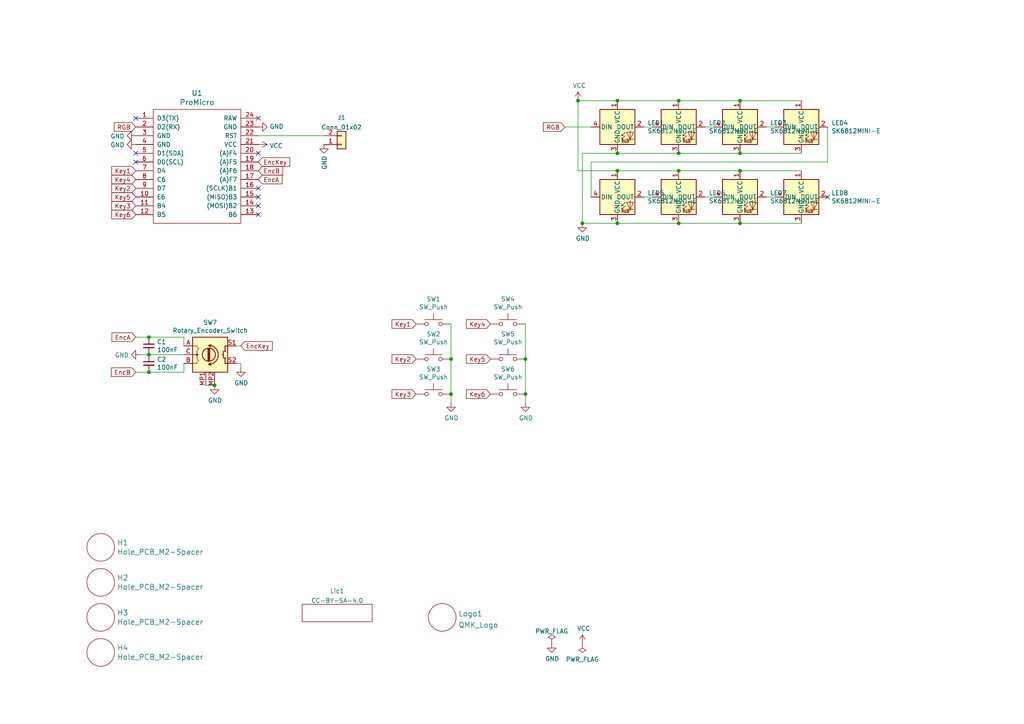
<source format=kicad_sch>
(kicad_sch (version 20211123) (generator eeschema)
  (paper "A4")
  (title_block (title "Little Big Scroll 6") (date "2022-01-28") (rev "v1.0") (company "Tweety's Wild Thinking") (comment 1 "Markus Knutsson <markus.knutsson@tweety.se>") (comment 2 "https://github.com/TweetyDaBird") (comment 3 "Licensed under Creative Commons BY-SA 4.0 International"))
  (lib_symbols
    (symbol "CC_Licensing:CC-BY-SA-4.0" (pin_names (offset 1.016))
      (property "Reference" "Lic" (at 0 1.27 0))
      (property "Value" "CC-BY-SA-4.0" (at 0 -1.27 0))
      (symbol "CC-BY-SA-4.0_0_1"
        (rectangle (start -10.16 2.54) (end 10.16 -2.54))
      )
    )
    (symbol "Connector_Generic:Conn_01x02" (pin_names (offset 1.016) hide)
      (property "Reference" "J" (at 0 2.54 0))
      (property "Value" "Conn_01x02" (at 0 -5.08 0))
      (symbol "Conn_01x02_1_1"
        (rectangle (start -1.27 -2.413) (end 0 -2.667) (stroke (width 0.1524)))
        (rectangle (start -1.27 0.127) (end 0 -0.127) (stroke (width 0.1524)))
        (rectangle (start -1.27 1.27) (end 1.27 -3.81) (stroke (width 0.254)) (fill (type background)))
        (pin passive line (at -5.08 0 0) (length 3.81) (name "Pin_1") (number "1"))
        (pin passive line (at -5.08 -2.54 0) (length 3.81) (name "Pin_2") (number "2"))
      )
    )
    (symbol "Device:C_Small" (pin_numbers hide) (pin_names (offset 0.254) hide)
      (property "Reference" "C" (at 0.254 1.778 0))
      (property "Value" "C_Small" (at 0.254 -2.032 0))
      (symbol "C_Small_0_1"
        (polyline (pts (xy -1.524 -0.508) (xy 1.524 -0.508)) (stroke (width 0.3302)))
        (polyline (pts (xy -1.524 0.508) (xy 1.524 0.508)) (stroke (width 0.3048)))
      )
      (symbol "C_Small_1_1"
        (pin passive line (at 0 2.54 270) (length 2.032) (name "~") (number "1"))
        (pin passive line (at 0 -2.54 90) (length 2.032) (name "~") (number "2"))
      )
    )
    (symbol "Keyboard Library:ProMicro" (pin_names (offset 1.016))
      (property "Reference" "U1" (at 0 21.2598 0))
      (property "Value" "ProMicro" (at 0 18.5674 0))
      (symbol "ProMicro_0_1"
        (rectangle (start -12.7 -16.51) (end 12.7 16.51))
      )
      (symbol "ProMicro_1_1"
        (pin bidirectional line (at -17.78 13.97 0) (length 5.08) (name "D3(TX)") (number "1"))
        (pin bidirectional line (at -17.78 -8.89 0) (length 5.08) (name "E6") (number "10"))
        (pin bidirectional line (at -17.78 -11.43 0) (length 5.08) (name "B4") (number "11"))
        (pin bidirectional line (at -17.78 -13.97 0) (length 5.08) (name "B5") (number "12"))
        (pin bidirectional line (at 17.78 -13.97 180) (length 5.08) (name "B6") (number "13"))
        (pin bidirectional line (at 17.78 -11.43 180) (length 5.08) (name "(MOSI)B2") (number "14"))
        (pin bidirectional line (at 17.78 -8.89 180) (length 5.08) (name "(MISO)B3") (number "15"))
        (pin bidirectional line (at 17.78 -6.35 180) (length 5.08) (name "(SCLK)B1") (number "16"))
        (pin bidirectional line (at 17.78 -3.81 180) (length 5.08) (name "(A)F7") (number "17"))
        (pin bidirectional line (at 17.78 -1.27 180) (length 5.08) (name "(A)F6") (number "18"))
        (pin bidirectional line (at 17.78 1.27 180) (length 5.08) (name "(A)F5") (number "19"))
        (pin bidirectional line (at -17.78 11.43 0) (length 5.08) (name "D2(RX)") (number "2"))
        (pin bidirectional line (at 17.78 3.81 180) (length 5.08) (name "(A)F4") (number "20"))
        (pin power_in line (at 17.78 6.35 180) (length 5.08) (name "VCC") (number "21"))
        (pin bidirectional line (at 17.78 8.89 180) (length 5.08) (name "RST") (number "22"))
        (pin power_in line (at 17.78 11.43 180) (length 5.08) (name "GND") (number "23"))
        (pin power_in line (at 17.78 13.97 180) (length 5.08) (name "RAW") (number "24"))
        (pin power_in line (at -17.78 8.89 0) (length 5.08) (name "GND") (number "3"))
        (pin power_in line (at -17.78 6.35 0) (length 5.08) (name "GND") (number "4"))
        (pin bidirectional line (at -17.78 3.81 0) (length 5.08) (name "D1(SDA)") (number "5"))
        (pin bidirectional line (at -17.78 1.27 0) (length 5.08) (name "D0(SCL)") (number "6"))
        (pin bidirectional line (at -17.78 -1.27 0) (length 5.08) (name "D4") (number "7"))
        (pin bidirectional line (at -17.78 -3.81 0) (length 5.08) (name "C6") (number "8"))
        (pin bidirectional line (at -17.78 -6.35 0) (length 5.08) (name "D7") (number "9"))
      )
    )
    (symbol "Keyboard Library:QMK_Logo" (pin_names (offset 1.016))
      (property "Reference" "Logo" (at 0 -1.27 0))
      (property "Value" "QMK_Logo" (at 0 1.27 0))
      (symbol "QMK_Logo_0_1"
        (circle (center 0 0) (radius 4.0132))
      )
    )
    (symbol "Keyboard_Library:Encoder_Switch_GND" (pin_names (offset 0.254) hide)
      (property "Reference" "SW" (at 0 6.604 0))
      (property "Value" "Encoder_Switch_GND" (at 0 8.89 0))
      (symbol "Encoder_Switch_GND_0_1"
        (rectangle (start -5.08 5.08) (end 5.08 -5.08) (stroke (width 0.254)) (fill (type background)))
        (circle (center -3.81 0) (radius 0.254) (fill (type outline)))
        (arc (start -0.381 -2.794) (mid 2.3622 -0.0635) (end -0.381 2.667) (stroke (width 0.254)))
        (circle (center -0.381 0) (radius 1.905) (stroke (width 0.254)))
        (polyline (pts (xy -0.635 -1.778) (xy -0.635 1.778)) (stroke (width 0.254)))
        (polyline (pts (xy -0.381 -1.778) (xy -0.381 1.778)) (stroke (width 0.254)))
        (polyline (pts (xy -0.127 1.778) (xy -0.127 -1.778)) (stroke (width 0.254)))
        (polyline (pts (xy 3.81 0) (xy 3.429 0)) (stroke (width 0.254)))
        (polyline (pts (xy 3.81 1.016) (xy 3.81 -1.016)) (stroke (width 0.254)))
        (polyline (pts (xy -5.08 -2.54) (xy -3.81 -2.54) (xy -3.81 -2.032)))
        (polyline (pts (xy -5.08 2.54) (xy -3.81 2.54) (xy -3.81 2.032)))
        (polyline (pts (xy 0.254 -3.048) (xy -0.508 -2.794) (xy 0.127 -2.413)) (stroke (width 0.254)))
        (polyline (pts (xy 0.254 2.921) (xy -0.508 2.667) (xy 0.127 2.286)) (stroke (width 0.254)))
        (polyline (pts (xy 5.08 -2.54) (xy 4.318 -2.54) (xy 4.318 -1.016)) (stroke (width 0.254)))
        (polyline (pts (xy 5.08 2.54) (xy 4.318 2.54) (xy 4.318 1.016)) (stroke (width 0.254)))
        (polyline (pts (xy -5.08 0) (xy -3.81 0) (xy -3.81 -1.016) (xy -3.302 -2.032)))
        (polyline (pts (xy -4.318 0) (xy -3.81 0) (xy -3.81 1.016) (xy -3.302 2.032)))
        (circle (center 4.318 -1.016) (radius 0.127) (stroke (width 0.254)))
        (circle (center 4.318 1.016) (radius 0.127) (stroke (width 0.254)))
      )
      (symbol "Encoder_Switch_GND_1_1"
        (pin passive line (at -7.62 2.54 0) (length 2.54) (name "A") (number "A"))
        (pin passive line (at -7.62 -2.54 0) (length 2.54) (name "B") (number "B"))
        (pin passive line (at -7.62 0 0) (length 2.54) (name "C") (number "C"))
        (pin power_in line (at -1.27 -8.89 90) (length 3.7084) (name "GND") (number "MP1"))
        (pin power_in line (at 1.27 -8.89 90) (length 3.7592) (name "GND") (number "MP2"))
        (pin passive line (at 7.62 2.54 180) (length 2.54) (name "S1") (number "S1"))
        (pin passive line (at 7.62 -2.54 180) (length 2.54) (name "S2") (number "S2"))
      )
    )
    (symbol "Keyboard_Library:Hole_PCB_M2-Spacer" (pin_names (offset 1.016))
      (property "Reference" "H" (at 0 -1.27 0))
      (property "Value" "Hole_PCB_M2-Spacer" (at 0 1.27 0))
      (symbol "Hole_PCB_M2-Spacer_0_1"
        (circle (center 0 0) (radius 4.0132))
      )
    )
    (symbol "Keyboard_Library:SK6812MINI-E" (pin_names (offset 0.254))
      (property "Reference" "LED" (at 5.08 5.715 0))
      (property "Value" "SK6812MINI-E" (at 1.27 -5.715 0))
      (symbol "SK6812MINI-E_0_0"
        (text "RGB" (at 2.286 -4.191 0) (effects (font (size 0.762 0.762))))
      )
      (symbol "SK6812MINI-E_0_1"
        (polyline (pts (xy 1.27 -3.556) (xy 1.778 -3.556)))
        (polyline (pts (xy 1.27 -2.54) (xy 1.778 -2.54)))
        (polyline (pts (xy 4.699 -3.556) (xy 2.667 -3.556)))
        (polyline (pts (xy 2.286 -2.54) (xy 1.27 -3.556) (xy 1.27 -3.048)))
        (polyline (pts (xy 2.286 -1.524) (xy 1.27 -2.54) (xy 1.27 -2.032)))
        (polyline (pts (xy 3.683 -1.016) (xy 3.683 -3.556) (xy 3.683 -4.064)))
        (polyline (pts (xy 4.699 -1.524) (xy 2.667 -1.524) (xy 3.683 -3.556) (xy 4.699 -1.524)))
        (rectangle (start 5.08 5.08) (end -5.08 -5.08) (stroke (width 0.254)) (fill (type background)))
      )
      (symbol "SK6812MINI-E_1_1"
        (pin power_in line (at 0 7.62 270) (length 2.54) (name "VCC") (number "1"))
        (pin output line (at 7.62 0 180) (length 2.54) (name "DOUT") (number "2"))
        (pin power_in line (at 0 -7.62 90) (length 2.54) (name "GND") (number "3"))
        (pin input line (at -7.62 0 0) (length 2.54) (name "DIN") (number "4"))
      )
    )
    (symbol "Switch:SW_Push" (pin_numbers hide) (pin_names (offset 1.016) hide)
      (property "Reference" "SW" (at 1.27 2.54 0))
      (property "Value" "SW_Push" (at 0 -1.524 0))
      (symbol "SW_Push_0_1"
        (circle (center -2.032 0) (radius 0.508))
        (polyline (pts (xy 0 1.27) (xy 0 3.048)))
        (polyline (pts (xy 2.54 1.27) (xy -2.54 1.27)))
        (circle (center 2.032 0) (radius 0.508))
        (pin passive line (at -5.08 0 0) (length 2.54) (name "1") (number "1"))
        (pin passive line (at 5.08 0 180) (length 2.54) (name "2") (number "2"))
      )
    )
    (symbol "power:GND" (power) (pin_names (offset 0))
      (property "Value" "GND" (at 0 -3.81 0))
      (symbol "GND_0_1"
        (polyline (pts (xy 0 0) (xy 0 -1.27) (xy 1.27 -1.27) (xy 0 -2.54) (xy -1.27 -1.27) (xy 0 -1.27)))
      )
      (symbol "GND_1_1"
        (pin power_in line (at 0 0 270) (length 0) hide (name "GND") (number "1"))
      )
    )
    (symbol "power:PWR_FLAG" (power) (pin_numbers hide) (pin_names (offset 0) hide)
      (property "Value" "PWR_FLAG" (at 0 3.81 0))
      (symbol "PWR_FLAG_0_0"
        (pin power_out line (at 0 0 90) (length 0) (name "pwr") (number "1"))
      )
      (symbol "PWR_FLAG_0_1"
        (polyline (pts (xy 0 0) (xy 0 1.27) (xy -1.016 1.905) (xy 0 2.54) (xy 1.016 1.905) (xy 0 1.27)))
      )
    )
    (symbol "power:VCC" (power) (pin_names (offset 0))
      (property "Value" "VCC" (at 0 3.81 0))
      (symbol "VCC_0_1"
        (polyline (pts (xy -0.762 1.27) (xy 0 2.54)))
        (polyline (pts (xy 0 0) (xy 0 2.54)))
        (polyline (pts (xy 0 2.54) (xy 0.762 1.27)))
      )
      (symbol "VCC_1_1"
        (pin power_in line (at 0 0 90) (length 0) hide (name "VCC") (number "1"))
      )
    )
  )
  (junction (at 152.4 104.14))
  (junction (at 214.63 49.53))
  (junction (at 196.85 29.21))
  (junction (at 214.63 44.45))
  (junction (at 130.81 114.3))
  (junction (at 179.07 64.77))
  (junction (at 214.63 64.77))
  (junction (at 196.85 64.77))
  (junction (at 43.18 97.79))
  (junction (at 152.4 114.3))
  (junction (at 62.23 111.76))
  (junction (at 179.07 44.45))
  (junction (at 43.18 102.87))
  (junction (at 43.18 107.95))
  (junction (at 130.81 104.14))
  (junction (at 196.85 44.45))
  (junction (at 179.07 49.53))
  (junction (at 196.85 49.53))
  (junction (at 167.64 29.21))
  (junction (at 179.07 29.21))
  (junction (at 168.91 64.77))
  (junction (at 214.63 29.21))
  (no_connect (at 74.93 59.69))
  (no_connect (at 39.37 44.45))
  (no_connect (at 74.93 34.29))
  (no_connect (at 39.37 34.29))
  (no_connect (at 74.93 44.45))
  (no_connect (at 74.93 62.23))
  (no_connect (at 240.03 57.15))
  (no_connect (at 74.93 54.61))
  (no_connect (at 39.37 46.99))
  (no_connect (at 74.93 57.15))
  (wire (pts (xy 196.85 29.21) (xy 214.63 29.21)))
  (wire (pts (xy 179.07 49.53) (xy 196.85 49.53)))
  (wire (pts (xy 189.23 57.15) (xy 186.69 57.15)))
  (wire (pts (xy 171.45 46.99) (xy 171.45 57.15)))
  (wire (pts (xy 69.85 100.33) (xy 68.58 100.33)))
  (wire (pts (xy 240.03 36.83) (xy 240.03 46.99)))
  (wire (pts (xy 74.93 39.37) (xy 93.98 39.37)))
  (wire (pts (xy 152.4 104.14) (xy 152.4 114.3)))
  (wire (pts (xy 232.41 64.77) (xy 214.63 64.77)))
  (wire (pts (xy 168.91 44.45) (xy 168.91 64.77)))
  (wire (pts (xy 152.4 114.3) (xy 152.4 116.84)))
  (wire (pts (xy 53.34 105.41) (xy 53.34 107.95)))
  (wire (pts (xy 171.45 36.83) (xy 163.83 36.83)))
  (wire (pts (xy 214.63 49.53) (xy 232.41 49.53)))
  (wire (pts (xy 53.34 107.95) (xy 43.18 107.95)))
  (wire (pts (xy 43.18 107.95) (xy 39.37 107.95)))
  (wire (pts (xy 130.81 93.98) (xy 130.81 104.14)))
  (wire (pts (xy 196.85 44.45) (xy 214.63 44.45)))
  (wire (pts (xy 224.79 57.15) (xy 222.25 57.15)))
  (wire (pts (xy 179.07 44.45) (xy 196.85 44.45)))
  (wire (pts (xy 130.81 114.3) (xy 130.81 116.84)))
  (wire (pts (xy 196.85 49.53) (xy 214.63 49.53)))
  (wire (pts (xy 39.37 97.79) (xy 43.18 97.79)))
  (wire (pts (xy 179.07 64.77) (xy 168.91 64.77)))
  (wire (pts (xy 240.03 46.99) (xy 171.45 46.99)))
  (wire (pts (xy 62.23 111.76) (xy 59.69 111.76)))
  (wire (pts (xy 196.85 64.77) (xy 179.07 64.77)))
  (wire (pts (xy 207.01 57.15) (xy 204.47 57.15)))
  (wire (pts (xy 214.63 44.45) (xy 232.41 44.45)))
  (wire (pts (xy 214.63 29.21) (xy 232.41 29.21)))
  (wire (pts (xy 204.47 36.83) (xy 207.01 36.83)))
  (wire (pts (xy 53.34 102.87) (xy 43.18 102.87)))
  (wire (pts (xy 214.63 64.77) (xy 196.85 64.77)))
  (wire (pts (xy 167.64 29.21) (xy 167.64 49.53)))
  (wire (pts (xy 43.18 97.79) (xy 53.34 97.79)))
  (wire (pts (xy 168.91 44.45) (xy 179.07 44.45)))
  (wire (pts (xy 43.18 102.87) (xy 40.64 102.87)))
  (wire (pts (xy 167.64 49.53) (xy 179.07 49.53)))
  (wire (pts (xy 186.69 36.83) (xy 189.23 36.83)))
  (wire (pts (xy 69.85 105.41) (xy 68.58 105.41)))
  (wire (pts (xy 130.81 104.14) (xy 130.81 114.3)))
  (wire (pts (xy 222.25 36.83) (xy 224.79 36.83)))
  (wire (pts (xy 152.4 93.98) (xy 152.4 104.14)))
  (wire (pts (xy 69.85 106.68) (xy 69.85 105.41)))
  (wire (pts (xy 179.07 29.21) (xy 167.64 29.21)))
  (wire (pts (xy 53.34 100.33) (xy 53.34 97.79)))
  (wire (pts (xy 179.07 29.21) (xy 196.85 29.21)))
  (global_label "Key3" (shape input) (at 120.65 114.3 180) (property "Intersheet References" "${INTERSHEET_REFS}" (effects hide)))
  (global_label "RGB" (shape input) (at 163.83 36.83 180) (property "Intersheet References" "${INTERSHEET_REFS}" (effects hide)))
  (global_label "Key6" (shape input) (at 142.24 114.3 180) (property "Intersheet References" "${INTERSHEET_REFS}" (effects hide)))
  (global_label "Key4" (shape input) (at 39.37 52.07 180) (property "Intersheet References" "${INTERSHEET_REFS}" (effects hide)))
  (global_label "EncA" (shape input) (at 74.93 52.07 0) (property "Intersheet References" "${INTERSHEET_REFS}" (effects hide)))
  (global_label "Key1" (shape input) (at 120.65 93.98 180) (property "Intersheet References" "${INTERSHEET_REFS}" (effects hide)))
  (global_label "Key3" (shape input) (at 39.37 59.69 180) (property "Intersheet References" "${INTERSHEET_REFS}" (effects hide)))
  (global_label "EncA" (shape input) (at 39.37 97.79 180) (property "Intersheet References" "${INTERSHEET_REFS}" (effects hide)))
  (global_label "Key1" (shape input) (at 39.37 49.53 180) (property "Intersheet References" "${INTERSHEET_REFS}" (effects hide)))
  (global_label "EncB" (shape input) (at 39.37 107.95 180) (property "Intersheet References" "${INTERSHEET_REFS}" (effects hide)))
  (global_label "Key2" (shape input) (at 39.37 54.61 180) (property "Intersheet References" "${INTERSHEET_REFS}" (effects hide)))
  (global_label "Key2" (shape input) (at 120.65 104.14 180) (property "Intersheet References" "${INTERSHEET_REFS}" (effects hide)))
  (global_label "EncKey" (shape input) (at 74.93 46.99 0) (property "Intersheet References" "${INTERSHEET_REFS}" (effects hide)))
  (global_label "Key4" (shape input) (at 142.24 93.98 180) (property "Intersheet References" "${INTERSHEET_REFS}" (effects hide)))
  (global_label "Key5" (shape input) (at 142.24 104.14 180) (property "Intersheet References" "${INTERSHEET_REFS}" (effects hide)))
  (global_label "EncKey" (shape input) (at 69.85 100.33 0) (property "Intersheet References" "${INTERSHEET_REFS}" (effects hide)))
  (global_label "RGB" (shape input) (at 39.37 36.83 180) (property "Intersheet References" "${INTERSHEET_REFS}" (effects hide)))
  (global_label "Key5" (shape input) (at 39.37 57.15 180) (property "Intersheet References" "${INTERSHEET_REFS}" (effects hide)))
  (global_label "Key6" (shape input) (at 39.37 62.23 180) (property "Intersheet References" "${INTERSHEET_REFS}" (effects hide)))
  (global_label "EncB" (shape input) (at 74.93 49.53 0) (property "Intersheet References" "${INTERSHEET_REFS}" (effects hide)))
  (symbol (lib_id "Keyboard Library:ProMicro") (at 57.15 48.26 0) (unit 1)
    (property "Reference" "U1" (at 57.15 27.0002 0) (effects (font (size 1.524 1.524))))
    (property "Value" "ProMicro" (at 57.15 29.6926 0) (effects (font (size 1.524 1.524))))
    (property "Footprint" "Keebio-Parts:ArduinoProMicro" (effects hide))
  )
  (symbol (lib_id "Switch:SW_Push") (at 125.73 93.98 0) (mirror y) (unit 1)
    (property "Reference" "SW1" (at 125.73 86.741 0))
    (property "Value" "SW_Push" (at 125.73 89.0524 0))
    (property "Footprint" "keyswitches:Kailh_socket_MX_RGB" (effects hide))
  )
  (symbol (lib_id "Switch:SW_Push") (at 125.73 104.14 0) (mirror y) (unit 1)
    (property "Reference" "SW2" (at 125.73 96.901 0))
    (property "Value" "SW_Push" (at 125.73 99.2124 0))
    (property "Footprint" "keyswitches:Kailh_socket_MX_RGB" (effects hide))
  )
  (symbol (lib_id "Switch:SW_Push") (at 125.73 114.3 0) (mirror y) (unit 1)
    (property "Reference" "SW3" (at 125.73 107.061 0))
    (property "Value" "SW_Push" (at 125.73 109.3724 0))
    (property "Footprint" "keyswitches:Kailh_socket_MX_RGB" (effects hide))
  )
  (symbol (lib_id "Switch:SW_Push") (at 147.32 93.98 0) (mirror y) (unit 1)
    (property "Reference" "SW4" (at 147.32 86.741 0))
    (property "Value" "SW_Push" (at 147.32 89.0524 0))
    (property "Footprint" "keyswitches:Kailh_socket_MX_RGB" (effects hide))
  )
  (symbol (lib_id "Switch:SW_Push") (at 147.32 104.14 0) (mirror y) (unit 1)
    (property "Reference" "SW5" (at 147.32 96.901 0))
    (property "Value" "SW_Push" (at 147.32 99.2124 0))
    (property "Footprint" "keyswitches:Kailh_socket_MX_RGB" (effects hide))
  )
  (symbol (lib_id "Switch:SW_Push") (at 147.32 114.3 0) (mirror y) (unit 1)
    (property "Reference" "SW6" (at 147.32 107.061 0))
    (property "Value" "SW_Push" (at 147.32 109.3724 0))
    (property "Footprint" "keyswitches:Kailh_socket_MX_RGB" (effects hide))
  )
  (symbol (lib_id "Keyboard_Library:Encoder_Switch_GND") (at 60.96 102.87 0) (unit 1)
    (property "Reference" "SW7" (at 60.96 93.5482 0))
    (property "Value" "Rotary_Encoder_Switch" (at 60.96 95.8596 0))
    (property "Footprint" "Keyboard Library:RotaryEncoder_Alps_EC11E-Switch_Vertical_H20mm" (effects hide))
  )
  (symbol (lib_id "power:GND") (at 74.93 36.83 90) (unit 1)
    (property "Reference" "#PWR02" (effects hide))
    (property "Value" "GND" (at 78.1812 36.703 90) (effects (justify right)))
  )
  (symbol (lib_id "power:VCC") (at 74.93 41.91 270) (unit 1)
    (property "Reference" "#PWR01" (effects hide))
    (property "Value" "VCC" (at 78.1812 42.291 90) (effects (justify left)))
  )
  (symbol (lib_id "power:GND") (at 40.64 102.87 270) (unit 1)
    (property "Reference" "#PWR03" (effects hide))
    (property "Value" "GND" (at 37.3888 102.997 90) (effects (justify right)))
  )
  (symbol (lib_id "Device:C_Small") (at 43.18 105.41 0) (unit 1)
    (property "Reference" "C2" (at 45.5168 104.2416 0) (effects (justify left)))
    (property "Value" "100nF" (at 45.5168 106.553 0) (effects (justify left)))
    (property "Footprint" "Capacitor_THT:C_Axial_L3.8mm_D2.6mm_P7.50mm_Horizontal" (effects hide))
  )
  (symbol (lib_id "power:GND") (at 39.37 41.91 270) (unit 1)
    (property "Reference" "#PWR0101" (effects hide))
    (property "Value" "GND" (at 36.1188 42.037 90) (effects (justify right)))
  )
  (symbol (lib_id "power:GND") (at 39.37 39.37 270) (unit 1)
    (property "Reference" "#PWR0102" (effects hide))
    (property "Value" "GND" (at 36.1188 39.497 90) (effects (justify right)))
  )
  (symbol (lib_id "Keyboard_Library:SK6812MINI-E") (at 179.07 36.83 0) (unit 1)
    (property "Reference" "LED1" (at 187.8076 35.6616 0) (effects (justify left)))
    (property "Value" "SK6812MINI-E" (at 187.8076 37.973 0) (effects (justify left)))
    (property "Footprint" "kicad-keyboard-parts:MX_SK6812MINI-E" (effects hide))
    (property "Datasheet" "https://cdn-shop.adafruit.com/product-files/2686/SK6812MINI_REV.01-1-2.pdf" (effects hide))
  )
  (symbol (lib_id "Keyboard_Library:SK6812MINI-E") (at 196.85 36.83 0) (unit 1)
    (property "Reference" "LED2" (at 205.5876 35.6616 0) (effects (justify left)))
    (property "Value" "SK6812MINI-E" (at 205.5876 37.973 0) (effects (justify left)))
    (property "Footprint" "kicad-keyboard-parts:MX_SK6812MINI-E" (effects hide))
    (property "Datasheet" "https://cdn-shop.adafruit.com/product-files/2686/SK6812MINI_REV.01-1-2.pdf" (effects hide))
  )
  (symbol (lib_id "Keyboard_Library:SK6812MINI-E") (at 214.63 36.83 0) (unit 1)
    (property "Reference" "LED3" (at 223.3676 35.6616 0) (effects (justify left)))
    (property "Value" "SK6812MINI-E" (at 223.3676 37.973 0) (effects (justify left)))
    (property "Footprint" "kicad-keyboard-parts:MX_SK6812MINI-E" (effects hide))
    (property "Datasheet" "https://cdn-shop.adafruit.com/product-files/2686/SK6812MINI_REV.01-1-2.pdf" (effects hide))
  )
  (symbol (lib_id "Keyboard_Library:SK6812MINI-E") (at 179.07 57.15 0) (unit 1)
    (property "Reference" "LED5" (at 187.8076 55.9816 0) (effects (justify left)))
    (property "Value" "SK6812MINI-E" (at 187.8076 58.293 0) (effects (justify left)))
    (property "Footprint" "kicad-keyboard-parts:MX_SK6812MINI-E" (effects hide))
    (property "Datasheet" "https://cdn-shop.adafruit.com/product-files/2686/SK6812MINI_REV.01-1-2.pdf" (effects hide))
  )
  (symbol (lib_id "Keyboard_Library:SK6812MINI-E") (at 196.85 57.15 0) (unit 1)
    (property "Reference" "LED6" (at 205.5876 55.9816 0) (effects (justify left)))
    (property "Value" "SK6812MINI-E" (at 205.5876 58.293 0) (effects (justify left)))
    (property "Footprint" "kicad-keyboard-parts:MX_SK6812MINI-E" (effects hide))
    (property "Datasheet" "https://cdn-shop.adafruit.com/product-files/2686/SK6812MINI_REV.01-1-2.pdf" (effects hide))
  )
  (symbol (lib_id "Keyboard_Library:SK6812MINI-E") (at 214.63 57.15 0) (unit 1)
    (property "Reference" "LED7" (at 223.3676 55.9816 0) (effects (justify left)))
    (property "Value" "SK6812MINI-E" (at 223.3676 58.293 0) (effects (justify left)))
    (property "Footprint" "kicad-keyboard-parts:MX_SK6812MINI-E" (effects hide))
    (property "Datasheet" "https://cdn-shop.adafruit.com/product-files/2686/SK6812MINI_REV.01-1-2.pdf" (effects hide))
  )
  (symbol (lib_id "Keyboard_Library:SK6812MINI-E") (at 232.41 36.83 0) (unit 1)
    (property "Reference" "LED4" (at 241.1476 35.6616 0) (effects (justify left)))
    (property "Value" "SK6812MINI-E" (at 241.1476 37.973 0) (effects (justify left)))
    (property "Footprint" "kicad-keyboard-parts:MX_SK6812MINI-E" (effects hide))
    (property "Datasheet" "https://cdn-shop.adafruit.com/product-files/2686/SK6812MINI_REV.01-1-2.pdf" (effects hide))
  )
  (symbol (lib_id "Keyboard_Library:SK6812MINI-E") (at 232.41 57.15 0) (unit 1)
    (property "Reference" "LED8" (at 241.1476 55.9816 0) (effects (justify left)))
    (property "Value" "SK6812MINI-E" (at 241.1476 58.293 0) (effects (justify left)))
    (property "Footprint" "kicad-keyboard-parts:MX_SK6812MINI-E" (effects hide))
    (property "Datasheet" "https://cdn-shop.adafruit.com/product-files/2686/SK6812MINI_REV.01-1-2.pdf" (effects hide))
  )
  (symbol (lib_id "power:VCC") (at 167.64 29.21 0) (unit 1)
    (property "Reference" "#PWR0103" (effects hide))
    (property "Value" "VCC" (at 168.021 24.8158 0))
  )
  (symbol (lib_id "power:GND") (at 168.91 64.77 0) (unit 1)
    (property "Reference" "#PWR0104" (effects hide))
    (property "Value" "GND" (at 169.037 69.1642 0))
  )
  (symbol (lib_id "Keyboard_Library:Hole_PCB_M2-Spacer") (at 29.21 189.23 0) (unit 1)
    (property "Reference" "H4" (at 33.9344 187.8838 0) (effects (font (size 1.524 1.524)) (justify left)))
    (property "Value" "Hole_PCB_M2-Spacer" (at 33.9344 190.5762 0) (effects (font (size 1.524 1.524)) (justify left)))
    (property "Footprint" "MountingHole:MountingHole_3.7mm" (effects hide))
  )
  (symbol (lib_id "Keyboard_Library:Hole_PCB_M2-Spacer") (at 29.21 168.91 0) (unit 1)
    (property "Reference" "H2" (at 33.9344 167.5638 0) (effects (font (size 1.524 1.524)) (justify left)))
    (property "Value" "Hole_PCB_M2-Spacer" (at 33.9344 170.2562 0) (effects (font (size 1.524 1.524)) (justify left)))
    (property "Footprint" "MountingHole:MountingHole_3.7mm" (effects hide))
  )
  (symbol (lib_id "Keyboard_Library:Hole_PCB_M2-Spacer") (at 29.21 158.75 0) (unit 1)
    (property "Reference" "H1" (at 33.9344 157.4038 0) (effects (font (size 1.524 1.524)) (justify left)))
    (property "Value" "Hole_PCB_M2-Spacer" (at 33.9344 160.0962 0) (effects (font (size 1.524 1.524)) (justify left)))
    (property "Footprint" "MountingHole:MountingHole_3.7mm" (effects hide))
  )
  (symbol (lib_id "Keyboard_Library:Hole_PCB_M2-Spacer") (at 29.21 179.07 0) (unit 1)
    (property "Reference" "H3" (at 33.9344 177.7238 0) (effects (font (size 1.524 1.524)) (justify left)))
    (property "Value" "Hole_PCB_M2-Spacer" (at 33.9344 180.4162 0) (effects (font (size 1.524 1.524)) (justify left)))
    (property "Footprint" "MountingHole:MountingHole_3.7mm" (effects hide))
  )
  (symbol (lib_id "power:GND") (at 62.23 111.76 0) (unit 1)
    (property "Reference" "#PWR0105" (effects hide))
    (property "Value" "GND" (at 62.357 116.1542 0))
  )
  (symbol (lib_id "Device:C_Small") (at 43.18 100.33 0) (unit 1)
    (property "Reference" "C1" (at 45.5168 99.1616 0) (effects (justify left)))
    (property "Value" "100nF" (at 45.5168 101.473 0) (effects (justify left)))
    (property "Footprint" "Capacitor_THT:C_Axial_L3.8mm_D2.6mm_P7.50mm_Horizontal" (effects hide))
  )
  (symbol (lib_id "power:GND") (at 69.85 106.68 0) (unit 1)
    (property "Reference" "#PWR0106" (effects hide))
    (property "Value" "GND" (at 69.977 111.0742 0))
  )
  (symbol (lib_id "power:GND") (at 152.4 116.84 0) (unit 1)
    (property "Reference" "#PWR0107" (effects hide))
    (property "Value" "GND" (at 152.527 121.2342 0))
  )
  (symbol (lib_id "CC_Licensing:CC-BY-SA-4.0") (at 97.79 177.8 0) (unit 1)
    (property "Reference" "Lic1" (at 97.79 171.4205 0))
    (property "Value" "CC-BY-SA-4.0" (at 97.79 174.1956 0))
    (property "Footprint" "CC_Licensing:CC_BY_SA_40" (effects hide))
  )
  (symbol (lib_id "Keyboard Library:QMK_Logo") (at 128.27 179.07 0) (unit 1)
    (property "Reference" "Logo1" (at 132.9182 178.0053 0) (effects (font (size 1.524 1.524)) (justify left)))
    (property "Value" "QMK_Logo" (at 132.9182 181.2843 0) (effects (font (size 1.524 1.524)) (justify left)))
    (property "Footprint" "QMK Logo:Powered_by_QMK" (effects hide))
  )
  (symbol (lib_id "Connector_Generic:Conn_01x02") (at 99.06 41.91 0) (mirror x) (unit 1)
    (property "Reference" "J1" (at 99.06 34.1335 0))
    (property "Value" "Conn_01x02" (at 99.06 36.9086 0))
    (property "Footprint" "Connector_PinHeader_2.54mm:PinHeader_1x02_P2.54mm_Vertical" (effects hide))
  )
  (symbol (lib_id "power:GND") (at 130.81 116.84 0) (unit 1)
    (property "Reference" "#PWR0111" (effects hide))
    (property "Value" "GND" (at 130.937 121.2342 0))
  )
  (symbol (lib_id "power:GND") (at 160.02 186.69 0) (unit 1)
    (property "Reference" "#PWR0110" (effects hide))
    (property "Value" "GND" (at 160.147 191.0842 0))
  )
  (symbol (lib_id "power:VCC") (at 168.91 186.69 0) (unit 1)
    (property "Reference" "#PWR0109" (effects hide))
    (property "Value" "VCC" (at 169.291 182.2958 0))
  )
  (symbol (lib_id "power:PWR_FLAG") (at 168.91 186.69 180) (unit 1)
    (property "Reference" "#FLG0101" (effects hide))
    (property "Value" "PWR_FLAG" (at 168.91 191.2525 0))
  )
  (symbol (lib_id "power:PWR_FLAG") (at 160.02 186.69 0) (unit 1)
    (property "Reference" "#FLG0102" (effects hide))
    (property "Value" "PWR_FLAG" (at 160.02 183.0855 0))
  )
  (symbol (lib_id "power:GND") (at 93.98 41.91 0) (unit 1)
    (property "Reference" "#PWR0108" (effects hide))
    (property "Value" "GND" (at 94.107 45.1612 90) (effects (justify right)))
  )
)
</source>
